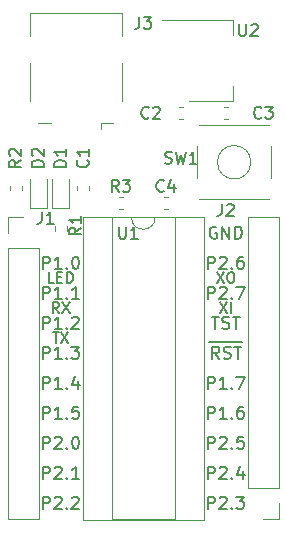
<source format=gbr>
G04 #@! TF.GenerationSoftware,KiCad,Pcbnew,(5.0.0)*
G04 #@! TF.CreationDate,2019-03-11T23:44:19-04:00*
G04 #@! TF.ProjectId,1-Hour-Board,312D486F75722D426F6172642E6B6963,rev?*
G04 #@! TF.SameCoordinates,Original*
G04 #@! TF.FileFunction,Legend,Top*
G04 #@! TF.FilePolarity,Positive*
%FSLAX46Y46*%
G04 Gerber Fmt 4.6, Leading zero omitted, Abs format (unit mm)*
G04 Created by KiCad (PCBNEW (5.0.0)) date 03/11/19 23:44:19*
%MOMM*%
%LPD*%
G01*
G04 APERTURE LIST*
%ADD10C,0.127000*%
%ADD11C,0.120000*%
%ADD12C,0.150000*%
G04 APERTURE END LIST*
D10*
X118236200Y-107462400D02*
X118829800Y-108352800D01*
X118829800Y-107462400D02*
X118236200Y-108352800D01*
X119169000Y-108352800D02*
X119169000Y-107462400D01*
X117981800Y-104922400D02*
X118575400Y-105812800D01*
X118575400Y-104922400D02*
X117981800Y-105812800D01*
X119084200Y-104922400D02*
X119253800Y-104922400D01*
X119338600Y-104964800D01*
X119423400Y-105049600D01*
X119465800Y-105219200D01*
X119465800Y-105516000D01*
X119423400Y-105685600D01*
X119338600Y-105770400D01*
X119253800Y-105812800D01*
X119084200Y-105812800D01*
X118999400Y-105770400D01*
X118914600Y-105685600D01*
X118872200Y-105516000D01*
X118872200Y-105219200D01*
X118914600Y-105049600D01*
X118999400Y-104964800D01*
X119084200Y-104922400D01*
X104096600Y-110002400D02*
X104605400Y-110002400D01*
X104351000Y-110892800D02*
X104351000Y-110002400D01*
X104817400Y-110002400D02*
X105411000Y-110892800D01*
X105411000Y-110002400D02*
X104817400Y-110892800D01*
X104626600Y-108352800D02*
X104329800Y-107928800D01*
X104117800Y-108352800D02*
X104117800Y-107462400D01*
X104457000Y-107462400D01*
X104541800Y-107504800D01*
X104584200Y-107547200D01*
X104626600Y-107632000D01*
X104626600Y-107759200D01*
X104584200Y-107844000D01*
X104541800Y-107886400D01*
X104457000Y-107928800D01*
X104117800Y-107928800D01*
X104923400Y-107462400D02*
X105517000Y-108352800D01*
X105517000Y-107462400D02*
X104923400Y-108352800D01*
X104202600Y-105818500D02*
X103778600Y-105818500D01*
X103778600Y-104915500D01*
X104499400Y-105345500D02*
X104796200Y-105345500D01*
X104923400Y-105818500D02*
X104499400Y-105818500D01*
X104499400Y-104915500D01*
X104923400Y-104915500D01*
X105305000Y-105818500D02*
X105305000Y-104915500D01*
X105517000Y-104915500D01*
X105644200Y-104958500D01*
X105729000Y-105044500D01*
X105771400Y-105130500D01*
X105813800Y-105302500D01*
X105813800Y-105431500D01*
X105771400Y-105603500D01*
X105729000Y-105689500D01*
X105644200Y-105775500D01*
X105517000Y-105818500D01*
X105305000Y-105818500D01*
X117249047Y-124925952D02*
X117249047Y-123895952D01*
X117641428Y-123895952D01*
X117739523Y-123945000D01*
X117788571Y-123994047D01*
X117837619Y-124092142D01*
X117837619Y-124239285D01*
X117788571Y-124337380D01*
X117739523Y-124386428D01*
X117641428Y-124435476D01*
X117249047Y-124435476D01*
X118230000Y-123994047D02*
X118279047Y-123945000D01*
X118377142Y-123895952D01*
X118622380Y-123895952D01*
X118720476Y-123945000D01*
X118769523Y-123994047D01*
X118818571Y-124092142D01*
X118818571Y-124190238D01*
X118769523Y-124337380D01*
X118180952Y-124925952D01*
X118818571Y-124925952D01*
X119260000Y-124827857D02*
X119309047Y-124876904D01*
X119260000Y-124925952D01*
X119210952Y-124876904D01*
X119260000Y-124827857D01*
X119260000Y-124925952D01*
X119652380Y-123895952D02*
X120290000Y-123895952D01*
X119946666Y-124288333D01*
X120093809Y-124288333D01*
X120191904Y-124337380D01*
X120240952Y-124386428D01*
X120290000Y-124484523D01*
X120290000Y-124729761D01*
X120240952Y-124827857D01*
X120191904Y-124876904D01*
X120093809Y-124925952D01*
X119799523Y-124925952D01*
X119701428Y-124876904D01*
X119652380Y-124827857D01*
X103279047Y-104605952D02*
X103279047Y-103575952D01*
X103671428Y-103575952D01*
X103769523Y-103625000D01*
X103818571Y-103674047D01*
X103867619Y-103772142D01*
X103867619Y-103919285D01*
X103818571Y-104017380D01*
X103769523Y-104066428D01*
X103671428Y-104115476D01*
X103279047Y-104115476D01*
X104848571Y-104605952D02*
X104260000Y-104605952D01*
X104554285Y-104605952D02*
X104554285Y-103575952D01*
X104456190Y-103723095D01*
X104358095Y-103821190D01*
X104260000Y-103870238D01*
X105290000Y-104507857D02*
X105339047Y-104556904D01*
X105290000Y-104605952D01*
X105240952Y-104556904D01*
X105290000Y-104507857D01*
X105290000Y-104605952D01*
X105976666Y-103575952D02*
X106074761Y-103575952D01*
X106172857Y-103625000D01*
X106221904Y-103674047D01*
X106270952Y-103772142D01*
X106320000Y-103968333D01*
X106320000Y-104213571D01*
X106270952Y-104409761D01*
X106221904Y-104507857D01*
X106172857Y-104556904D01*
X106074761Y-104605952D01*
X105976666Y-104605952D01*
X105878571Y-104556904D01*
X105829523Y-104507857D01*
X105780476Y-104409761D01*
X105731428Y-104213571D01*
X105731428Y-103968333D01*
X105780476Y-103772142D01*
X105829523Y-103674047D01*
X105878571Y-103625000D01*
X105976666Y-103575952D01*
X103279047Y-107145952D02*
X103279047Y-106115952D01*
X103671428Y-106115952D01*
X103769523Y-106165000D01*
X103818571Y-106214047D01*
X103867619Y-106312142D01*
X103867619Y-106459285D01*
X103818571Y-106557380D01*
X103769523Y-106606428D01*
X103671428Y-106655476D01*
X103279047Y-106655476D01*
X104848571Y-107145952D02*
X104260000Y-107145952D01*
X104554285Y-107145952D02*
X104554285Y-106115952D01*
X104456190Y-106263095D01*
X104358095Y-106361190D01*
X104260000Y-106410238D01*
X105290000Y-107047857D02*
X105339047Y-107096904D01*
X105290000Y-107145952D01*
X105240952Y-107096904D01*
X105290000Y-107047857D01*
X105290000Y-107145952D01*
X106320000Y-107145952D02*
X105731428Y-107145952D01*
X106025714Y-107145952D02*
X106025714Y-106115952D01*
X105927619Y-106263095D01*
X105829523Y-106361190D01*
X105731428Y-106410238D01*
X103279047Y-124925952D02*
X103279047Y-123895952D01*
X103671428Y-123895952D01*
X103769523Y-123945000D01*
X103818571Y-123994047D01*
X103867619Y-124092142D01*
X103867619Y-124239285D01*
X103818571Y-124337380D01*
X103769523Y-124386428D01*
X103671428Y-124435476D01*
X103279047Y-124435476D01*
X104260000Y-123994047D02*
X104309047Y-123945000D01*
X104407142Y-123895952D01*
X104652380Y-123895952D01*
X104750476Y-123945000D01*
X104799523Y-123994047D01*
X104848571Y-124092142D01*
X104848571Y-124190238D01*
X104799523Y-124337380D01*
X104210952Y-124925952D01*
X104848571Y-124925952D01*
X105290000Y-124827857D02*
X105339047Y-124876904D01*
X105290000Y-124925952D01*
X105240952Y-124876904D01*
X105290000Y-124827857D01*
X105290000Y-124925952D01*
X105731428Y-123994047D02*
X105780476Y-123945000D01*
X105878571Y-123895952D01*
X106123809Y-123895952D01*
X106221904Y-123945000D01*
X106270952Y-123994047D01*
X106320000Y-124092142D01*
X106320000Y-124190238D01*
X106270952Y-124337380D01*
X105682380Y-124925952D01*
X106320000Y-124925952D01*
X103279047Y-117305952D02*
X103279047Y-116275952D01*
X103671428Y-116275952D01*
X103769523Y-116325000D01*
X103818571Y-116374047D01*
X103867619Y-116472142D01*
X103867619Y-116619285D01*
X103818571Y-116717380D01*
X103769523Y-116766428D01*
X103671428Y-116815476D01*
X103279047Y-116815476D01*
X104848571Y-117305952D02*
X104260000Y-117305952D01*
X104554285Y-117305952D02*
X104554285Y-116275952D01*
X104456190Y-116423095D01*
X104358095Y-116521190D01*
X104260000Y-116570238D01*
X105290000Y-117207857D02*
X105339047Y-117256904D01*
X105290000Y-117305952D01*
X105240952Y-117256904D01*
X105290000Y-117207857D01*
X105290000Y-117305952D01*
X106270952Y-116275952D02*
X105780476Y-116275952D01*
X105731428Y-116766428D01*
X105780476Y-116717380D01*
X105878571Y-116668333D01*
X106123809Y-116668333D01*
X106221904Y-116717380D01*
X106270952Y-116766428D01*
X106320000Y-116864523D01*
X106320000Y-117109761D01*
X106270952Y-117207857D01*
X106221904Y-117256904D01*
X106123809Y-117305952D01*
X105878571Y-117305952D01*
X105780476Y-117256904D01*
X105731428Y-117207857D01*
X103279047Y-112225952D02*
X103279047Y-111195952D01*
X103671428Y-111195952D01*
X103769523Y-111245000D01*
X103818571Y-111294047D01*
X103867619Y-111392142D01*
X103867619Y-111539285D01*
X103818571Y-111637380D01*
X103769523Y-111686428D01*
X103671428Y-111735476D01*
X103279047Y-111735476D01*
X104848571Y-112225952D02*
X104260000Y-112225952D01*
X104554285Y-112225952D02*
X104554285Y-111195952D01*
X104456190Y-111343095D01*
X104358095Y-111441190D01*
X104260000Y-111490238D01*
X105290000Y-112127857D02*
X105339047Y-112176904D01*
X105290000Y-112225952D01*
X105240952Y-112176904D01*
X105290000Y-112127857D01*
X105290000Y-112225952D01*
X105682380Y-111195952D02*
X106320000Y-111195952D01*
X105976666Y-111588333D01*
X106123809Y-111588333D01*
X106221904Y-111637380D01*
X106270952Y-111686428D01*
X106320000Y-111784523D01*
X106320000Y-112029761D01*
X106270952Y-112127857D01*
X106221904Y-112176904D01*
X106123809Y-112225952D01*
X105829523Y-112225952D01*
X105731428Y-112176904D01*
X105682380Y-112127857D01*
X103279047Y-109685952D02*
X103279047Y-108655952D01*
X103671428Y-108655952D01*
X103769523Y-108705000D01*
X103818571Y-108754047D01*
X103867619Y-108852142D01*
X103867619Y-108999285D01*
X103818571Y-109097380D01*
X103769523Y-109146428D01*
X103671428Y-109195476D01*
X103279047Y-109195476D01*
X104848571Y-109685952D02*
X104260000Y-109685952D01*
X104554285Y-109685952D02*
X104554285Y-108655952D01*
X104456190Y-108803095D01*
X104358095Y-108901190D01*
X104260000Y-108950238D01*
X105290000Y-109587857D02*
X105339047Y-109636904D01*
X105290000Y-109685952D01*
X105240952Y-109636904D01*
X105290000Y-109587857D01*
X105290000Y-109685952D01*
X105731428Y-108754047D02*
X105780476Y-108705000D01*
X105878571Y-108655952D01*
X106123809Y-108655952D01*
X106221904Y-108705000D01*
X106270952Y-108754047D01*
X106320000Y-108852142D01*
X106320000Y-108950238D01*
X106270952Y-109097380D01*
X105682380Y-109685952D01*
X106320000Y-109685952D01*
X103279047Y-114765952D02*
X103279047Y-113735952D01*
X103671428Y-113735952D01*
X103769523Y-113785000D01*
X103818571Y-113834047D01*
X103867619Y-113932142D01*
X103867619Y-114079285D01*
X103818571Y-114177380D01*
X103769523Y-114226428D01*
X103671428Y-114275476D01*
X103279047Y-114275476D01*
X104848571Y-114765952D02*
X104260000Y-114765952D01*
X104554285Y-114765952D02*
X104554285Y-113735952D01*
X104456190Y-113883095D01*
X104358095Y-113981190D01*
X104260000Y-114030238D01*
X105290000Y-114667857D02*
X105339047Y-114716904D01*
X105290000Y-114765952D01*
X105240952Y-114716904D01*
X105290000Y-114667857D01*
X105290000Y-114765952D01*
X106221904Y-114079285D02*
X106221904Y-114765952D01*
X105976666Y-113686904D02*
X105731428Y-114422619D01*
X106369047Y-114422619D01*
X103279047Y-122385952D02*
X103279047Y-121355952D01*
X103671428Y-121355952D01*
X103769523Y-121405000D01*
X103818571Y-121454047D01*
X103867619Y-121552142D01*
X103867619Y-121699285D01*
X103818571Y-121797380D01*
X103769523Y-121846428D01*
X103671428Y-121895476D01*
X103279047Y-121895476D01*
X104260000Y-121454047D02*
X104309047Y-121405000D01*
X104407142Y-121355952D01*
X104652380Y-121355952D01*
X104750476Y-121405000D01*
X104799523Y-121454047D01*
X104848571Y-121552142D01*
X104848571Y-121650238D01*
X104799523Y-121797380D01*
X104210952Y-122385952D01*
X104848571Y-122385952D01*
X105290000Y-122287857D02*
X105339047Y-122336904D01*
X105290000Y-122385952D01*
X105240952Y-122336904D01*
X105290000Y-122287857D01*
X105290000Y-122385952D01*
X106320000Y-122385952D02*
X105731428Y-122385952D01*
X106025714Y-122385952D02*
X106025714Y-121355952D01*
X105927619Y-121503095D01*
X105829523Y-121601190D01*
X105731428Y-121650238D01*
X103279047Y-119845952D02*
X103279047Y-118815952D01*
X103671428Y-118815952D01*
X103769523Y-118865000D01*
X103818571Y-118914047D01*
X103867619Y-119012142D01*
X103867619Y-119159285D01*
X103818571Y-119257380D01*
X103769523Y-119306428D01*
X103671428Y-119355476D01*
X103279047Y-119355476D01*
X104260000Y-118914047D02*
X104309047Y-118865000D01*
X104407142Y-118815952D01*
X104652380Y-118815952D01*
X104750476Y-118865000D01*
X104799523Y-118914047D01*
X104848571Y-119012142D01*
X104848571Y-119110238D01*
X104799523Y-119257380D01*
X104210952Y-119845952D01*
X104848571Y-119845952D01*
X105290000Y-119747857D02*
X105339047Y-119796904D01*
X105290000Y-119845952D01*
X105240952Y-119796904D01*
X105290000Y-119747857D01*
X105290000Y-119845952D01*
X105976666Y-118815952D02*
X106074761Y-118815952D01*
X106172857Y-118865000D01*
X106221904Y-118914047D01*
X106270952Y-119012142D01*
X106320000Y-119208333D01*
X106320000Y-119453571D01*
X106270952Y-119649761D01*
X106221904Y-119747857D01*
X106172857Y-119796904D01*
X106074761Y-119845952D01*
X105976666Y-119845952D01*
X105878571Y-119796904D01*
X105829523Y-119747857D01*
X105780476Y-119649761D01*
X105731428Y-119453571D01*
X105731428Y-119208333D01*
X105780476Y-119012142D01*
X105829523Y-118914047D01*
X105878571Y-118865000D01*
X105976666Y-118815952D01*
X117249047Y-119845952D02*
X117249047Y-118815952D01*
X117641428Y-118815952D01*
X117739523Y-118865000D01*
X117788571Y-118914047D01*
X117837619Y-119012142D01*
X117837619Y-119159285D01*
X117788571Y-119257380D01*
X117739523Y-119306428D01*
X117641428Y-119355476D01*
X117249047Y-119355476D01*
X118230000Y-118914047D02*
X118279047Y-118865000D01*
X118377142Y-118815952D01*
X118622380Y-118815952D01*
X118720476Y-118865000D01*
X118769523Y-118914047D01*
X118818571Y-119012142D01*
X118818571Y-119110238D01*
X118769523Y-119257380D01*
X118180952Y-119845952D01*
X118818571Y-119845952D01*
X119260000Y-119747857D02*
X119309047Y-119796904D01*
X119260000Y-119845952D01*
X119210952Y-119796904D01*
X119260000Y-119747857D01*
X119260000Y-119845952D01*
X120240952Y-118815952D02*
X119750476Y-118815952D01*
X119701428Y-119306428D01*
X119750476Y-119257380D01*
X119848571Y-119208333D01*
X120093809Y-119208333D01*
X120191904Y-119257380D01*
X120240952Y-119306428D01*
X120290000Y-119404523D01*
X120290000Y-119649761D01*
X120240952Y-119747857D01*
X120191904Y-119796904D01*
X120093809Y-119845952D01*
X119848571Y-119845952D01*
X119750476Y-119796904D01*
X119701428Y-119747857D01*
X117249047Y-122385952D02*
X117249047Y-121355952D01*
X117641428Y-121355952D01*
X117739523Y-121405000D01*
X117788571Y-121454047D01*
X117837619Y-121552142D01*
X117837619Y-121699285D01*
X117788571Y-121797380D01*
X117739523Y-121846428D01*
X117641428Y-121895476D01*
X117249047Y-121895476D01*
X118230000Y-121454047D02*
X118279047Y-121405000D01*
X118377142Y-121355952D01*
X118622380Y-121355952D01*
X118720476Y-121405000D01*
X118769523Y-121454047D01*
X118818571Y-121552142D01*
X118818571Y-121650238D01*
X118769523Y-121797380D01*
X118180952Y-122385952D01*
X118818571Y-122385952D01*
X119260000Y-122287857D02*
X119309047Y-122336904D01*
X119260000Y-122385952D01*
X119210952Y-122336904D01*
X119260000Y-122287857D01*
X119260000Y-122385952D01*
X120191904Y-121699285D02*
X120191904Y-122385952D01*
X119946666Y-121306904D02*
X119701428Y-122042619D01*
X120339047Y-122042619D01*
X117249047Y-114765952D02*
X117249047Y-113735952D01*
X117641428Y-113735952D01*
X117739523Y-113785000D01*
X117788571Y-113834047D01*
X117837619Y-113932142D01*
X117837619Y-114079285D01*
X117788571Y-114177380D01*
X117739523Y-114226428D01*
X117641428Y-114275476D01*
X117249047Y-114275476D01*
X118818571Y-114765952D02*
X118230000Y-114765952D01*
X118524285Y-114765952D02*
X118524285Y-113735952D01*
X118426190Y-113883095D01*
X118328095Y-113981190D01*
X118230000Y-114030238D01*
X119260000Y-114667857D02*
X119309047Y-114716904D01*
X119260000Y-114765952D01*
X119210952Y-114716904D01*
X119260000Y-114667857D01*
X119260000Y-114765952D01*
X119652380Y-113735952D02*
X120339047Y-113735952D01*
X119897619Y-114765952D01*
X117249047Y-117305952D02*
X117249047Y-116275952D01*
X117641428Y-116275952D01*
X117739523Y-116325000D01*
X117788571Y-116374047D01*
X117837619Y-116472142D01*
X117837619Y-116619285D01*
X117788571Y-116717380D01*
X117739523Y-116766428D01*
X117641428Y-116815476D01*
X117249047Y-116815476D01*
X118818571Y-117305952D02*
X118230000Y-117305952D01*
X118524285Y-117305952D02*
X118524285Y-116275952D01*
X118426190Y-116423095D01*
X118328095Y-116521190D01*
X118230000Y-116570238D01*
X119260000Y-117207857D02*
X119309047Y-117256904D01*
X119260000Y-117305952D01*
X119210952Y-117256904D01*
X119260000Y-117207857D01*
X119260000Y-117305952D01*
X120191904Y-116275952D02*
X119995714Y-116275952D01*
X119897619Y-116325000D01*
X119848571Y-116374047D01*
X119750476Y-116521190D01*
X119701428Y-116717380D01*
X119701428Y-117109761D01*
X119750476Y-117207857D01*
X119799523Y-117256904D01*
X119897619Y-117305952D01*
X120093809Y-117305952D01*
X120191904Y-117256904D01*
X120240952Y-117207857D01*
X120290000Y-117109761D01*
X120290000Y-116864523D01*
X120240952Y-116766428D01*
X120191904Y-116717380D01*
X120093809Y-116668333D01*
X119897619Y-116668333D01*
X119799523Y-116717380D01*
X119750476Y-116766428D01*
X119701428Y-116864523D01*
X117567857Y-108655952D02*
X118156428Y-108655952D01*
X117862142Y-109685952D02*
X117862142Y-108655952D01*
X118450714Y-109636904D02*
X118597857Y-109685952D01*
X118843095Y-109685952D01*
X118941190Y-109636904D01*
X118990238Y-109587857D01*
X119039285Y-109489761D01*
X119039285Y-109391666D01*
X118990238Y-109293571D01*
X118941190Y-109244523D01*
X118843095Y-109195476D01*
X118646904Y-109146428D01*
X118548809Y-109097380D01*
X118499761Y-109048333D01*
X118450714Y-108950238D01*
X118450714Y-108852142D01*
X118499761Y-108754047D01*
X118548809Y-108705000D01*
X118646904Y-108655952D01*
X118892142Y-108655952D01*
X119039285Y-108705000D01*
X119333571Y-108655952D02*
X119922142Y-108655952D01*
X119627857Y-109685952D02*
X119627857Y-108655952D01*
X117347142Y-110853300D02*
X118377142Y-110853300D01*
X118180952Y-112225952D02*
X117837619Y-111735476D01*
X117592380Y-112225952D02*
X117592380Y-111195952D01*
X117984761Y-111195952D01*
X118082857Y-111245000D01*
X118131904Y-111294047D01*
X118180952Y-111392142D01*
X118180952Y-111539285D01*
X118131904Y-111637380D01*
X118082857Y-111686428D01*
X117984761Y-111735476D01*
X117592380Y-111735476D01*
X118377142Y-110853300D02*
X119358095Y-110853300D01*
X118573333Y-112176904D02*
X118720476Y-112225952D01*
X118965714Y-112225952D01*
X119063809Y-112176904D01*
X119112857Y-112127857D01*
X119161904Y-112029761D01*
X119161904Y-111931666D01*
X119112857Y-111833571D01*
X119063809Y-111784523D01*
X118965714Y-111735476D01*
X118769523Y-111686428D01*
X118671428Y-111637380D01*
X118622380Y-111588333D01*
X118573333Y-111490238D01*
X118573333Y-111392142D01*
X118622380Y-111294047D01*
X118671428Y-111245000D01*
X118769523Y-111195952D01*
X119014761Y-111195952D01*
X119161904Y-111245000D01*
X119358095Y-110853300D02*
X120142857Y-110853300D01*
X119456190Y-111195952D02*
X120044761Y-111195952D01*
X119750476Y-112225952D02*
X119750476Y-111195952D01*
X117249047Y-107145952D02*
X117249047Y-106115952D01*
X117641428Y-106115952D01*
X117739523Y-106165000D01*
X117788571Y-106214047D01*
X117837619Y-106312142D01*
X117837619Y-106459285D01*
X117788571Y-106557380D01*
X117739523Y-106606428D01*
X117641428Y-106655476D01*
X117249047Y-106655476D01*
X118230000Y-106214047D02*
X118279047Y-106165000D01*
X118377142Y-106115952D01*
X118622380Y-106115952D01*
X118720476Y-106165000D01*
X118769523Y-106214047D01*
X118818571Y-106312142D01*
X118818571Y-106410238D01*
X118769523Y-106557380D01*
X118180952Y-107145952D01*
X118818571Y-107145952D01*
X119260000Y-107047857D02*
X119309047Y-107096904D01*
X119260000Y-107145952D01*
X119210952Y-107096904D01*
X119260000Y-107047857D01*
X119260000Y-107145952D01*
X119652380Y-106115952D02*
X120339047Y-106115952D01*
X119897619Y-107145952D01*
X117249047Y-104605952D02*
X117249047Y-103575952D01*
X117641428Y-103575952D01*
X117739523Y-103625000D01*
X117788571Y-103674047D01*
X117837619Y-103772142D01*
X117837619Y-103919285D01*
X117788571Y-104017380D01*
X117739523Y-104066428D01*
X117641428Y-104115476D01*
X117249047Y-104115476D01*
X118230000Y-103674047D02*
X118279047Y-103625000D01*
X118377142Y-103575952D01*
X118622380Y-103575952D01*
X118720476Y-103625000D01*
X118769523Y-103674047D01*
X118818571Y-103772142D01*
X118818571Y-103870238D01*
X118769523Y-104017380D01*
X118180952Y-104605952D01*
X118818571Y-104605952D01*
X119260000Y-104507857D02*
X119309047Y-104556904D01*
X119260000Y-104605952D01*
X119210952Y-104556904D01*
X119260000Y-104507857D01*
X119260000Y-104605952D01*
X120191904Y-103575952D02*
X119995714Y-103575952D01*
X119897619Y-103625000D01*
X119848571Y-103674047D01*
X119750476Y-103821190D01*
X119701428Y-104017380D01*
X119701428Y-104409761D01*
X119750476Y-104507857D01*
X119799523Y-104556904D01*
X119897619Y-104605952D01*
X120093809Y-104605952D01*
X120191904Y-104556904D01*
X120240952Y-104507857D01*
X120290000Y-104409761D01*
X120290000Y-104164523D01*
X120240952Y-104066428D01*
X120191904Y-104017380D01*
X120093809Y-103968333D01*
X119897619Y-103968333D01*
X119799523Y-104017380D01*
X119750476Y-104066428D01*
X119701428Y-104164523D01*
X117960238Y-101085000D02*
X117862142Y-101035952D01*
X117715000Y-101035952D01*
X117567857Y-101085000D01*
X117469761Y-101183095D01*
X117420714Y-101281190D01*
X117371666Y-101477380D01*
X117371666Y-101624523D01*
X117420714Y-101820714D01*
X117469761Y-101918809D01*
X117567857Y-102016904D01*
X117715000Y-102065952D01*
X117813095Y-102065952D01*
X117960238Y-102016904D01*
X118009285Y-101967857D01*
X118009285Y-101624523D01*
X117813095Y-101624523D01*
X118450714Y-102065952D02*
X118450714Y-101035952D01*
X119039285Y-102065952D01*
X119039285Y-101035952D01*
X119529761Y-102065952D02*
X119529761Y-101035952D01*
X119775000Y-101035952D01*
X119922142Y-101085000D01*
X120020238Y-101183095D01*
X120069285Y-101281190D01*
X120118333Y-101477380D01*
X120118333Y-101624523D01*
X120069285Y-101820714D01*
X120020238Y-101918809D01*
X119922142Y-102016904D01*
X119775000Y-102065952D01*
X119529761Y-102065952D01*
D11*
G04 #@! TO.C,SW1*
X122575000Y-94255000D02*
X122575000Y-96935000D01*
X116335000Y-96935000D02*
X116335000Y-94255000D01*
X116485000Y-92475000D02*
X122425000Y-92475000D01*
X116485000Y-98715000D02*
X122425000Y-98715000D01*
X120869214Y-95595000D02*
G75*
G03X120869214Y-95595000I-1414214J0D01*
G01*
G04 #@! TO.C,C1*
X107190000Y-97618733D02*
X107190000Y-97961267D01*
X106170000Y-97618733D02*
X106170000Y-97961267D01*
G04 #@! TO.C,C2*
X114763733Y-91950000D02*
X115106267Y-91950000D01*
X114763733Y-90930000D02*
X115106267Y-90930000D01*
G04 #@! TO.C,C3*
X118916267Y-91950000D02*
X118573733Y-91950000D01*
X118916267Y-90930000D02*
X118573733Y-90930000D01*
G04 #@! TO.C,D1*
X104040000Y-96990000D02*
X104040000Y-99450000D01*
X104040000Y-99450000D02*
X105510000Y-99450000D01*
X105510000Y-99450000D02*
X105510000Y-96990000D01*
G04 #@! TO.C,D2*
X103605000Y-99450000D02*
X103605000Y-96990000D01*
X102135000Y-99450000D02*
X103605000Y-99450000D01*
X102135000Y-96990000D02*
X102135000Y-99450000D01*
G04 #@! TO.C,J1*
X100270000Y-125790000D02*
X102930000Y-125790000D01*
X100270000Y-102870000D02*
X100270000Y-125790000D01*
X102930000Y-102870000D02*
X102930000Y-125790000D01*
X100270000Y-102870000D02*
X102930000Y-102870000D01*
X100270000Y-101600000D02*
X100270000Y-100270000D01*
X100270000Y-100270000D02*
X101600000Y-100270000D01*
G04 #@! TO.C,J2*
X123250000Y-125790000D02*
X121920000Y-125790000D01*
X123250000Y-124460000D02*
X123250000Y-125790000D01*
X123250000Y-123190000D02*
X120590000Y-123190000D01*
X120590000Y-123190000D02*
X120590000Y-100270000D01*
X123250000Y-123190000D02*
X123250000Y-100270000D01*
X123250000Y-100270000D02*
X120590000Y-100270000D01*
G04 #@! TO.C,J3*
X102135000Y-82990000D02*
X109955000Y-82990000D01*
X108155000Y-92310000D02*
X108155000Y-92740000D01*
X102135000Y-82990000D02*
X102135000Y-84940000D01*
X102135000Y-87160000D02*
X102135000Y-90390000D01*
X103935000Y-92310000D02*
X102855000Y-92310000D01*
X109235000Y-92310000D02*
X108155000Y-92310000D01*
X109955000Y-87160000D02*
X109955000Y-90390000D01*
X109955000Y-82990000D02*
X109955000Y-84940000D01*
G04 #@! TO.C,R1*
X105285000Y-101033733D02*
X105285000Y-101376267D01*
X104265000Y-101033733D02*
X104265000Y-101376267D01*
G04 #@! TO.C,R2*
X100455000Y-97961267D02*
X100455000Y-97618733D01*
X101475000Y-97961267D02*
X101475000Y-97618733D01*
G04 #@! TO.C,R3*
X109683733Y-99570000D02*
X110026267Y-99570000D01*
X109683733Y-98550000D02*
X110026267Y-98550000D01*
G04 #@! TO.C,U1*
X112760000Y-100270000D02*
G75*
G02X110760000Y-100270000I-1000000J0D01*
G01*
X110760000Y-100270000D02*
X109110000Y-100270000D01*
X109110000Y-100270000D02*
X109110000Y-125790000D01*
X109110000Y-125790000D02*
X114410000Y-125790000D01*
X114410000Y-125790000D02*
X114410000Y-100270000D01*
X114410000Y-100270000D02*
X112760000Y-100270000D01*
X106620000Y-100210000D02*
X106620000Y-125850000D01*
X106620000Y-125850000D02*
X116900000Y-125850000D01*
X116900000Y-125850000D02*
X116900000Y-100210000D01*
X116900000Y-100210000D02*
X106620000Y-100210000D01*
G04 #@! TO.C,U2*
X119385000Y-90405000D02*
X119385000Y-89145000D01*
X119385000Y-83585000D02*
X119385000Y-84845000D01*
X115625000Y-90405000D02*
X119385000Y-90405000D01*
X113375000Y-83585000D02*
X119385000Y-83585000D01*
G04 #@! TO.C,C4*
X113493733Y-98550000D02*
X113836267Y-98550000D01*
X113493733Y-99570000D02*
X113836267Y-99570000D01*
G04 #@! TO.C,SW1*
D12*
X113601666Y-95654761D02*
X113744523Y-95702380D01*
X113982619Y-95702380D01*
X114077857Y-95654761D01*
X114125476Y-95607142D01*
X114173095Y-95511904D01*
X114173095Y-95416666D01*
X114125476Y-95321428D01*
X114077857Y-95273809D01*
X113982619Y-95226190D01*
X113792142Y-95178571D01*
X113696904Y-95130952D01*
X113649285Y-95083333D01*
X113601666Y-94988095D01*
X113601666Y-94892857D01*
X113649285Y-94797619D01*
X113696904Y-94750000D01*
X113792142Y-94702380D01*
X114030238Y-94702380D01*
X114173095Y-94750000D01*
X114506428Y-94702380D02*
X114744523Y-95702380D01*
X114935000Y-94988095D01*
X115125476Y-95702380D01*
X115363571Y-94702380D01*
X116268333Y-95702380D02*
X115696904Y-95702380D01*
X115982619Y-95702380D02*
X115982619Y-94702380D01*
X115887380Y-94845238D01*
X115792142Y-94940476D01*
X115696904Y-94988095D01*
G04 #@! TO.C,C1*
X107037142Y-95416666D02*
X107084761Y-95464285D01*
X107132380Y-95607142D01*
X107132380Y-95702380D01*
X107084761Y-95845238D01*
X106989523Y-95940476D01*
X106894285Y-95988095D01*
X106703809Y-96035714D01*
X106560952Y-96035714D01*
X106370476Y-95988095D01*
X106275238Y-95940476D01*
X106180000Y-95845238D01*
X106132380Y-95702380D01*
X106132380Y-95607142D01*
X106180000Y-95464285D01*
X106227619Y-95416666D01*
X107132380Y-94464285D02*
X107132380Y-95035714D01*
X107132380Y-94750000D02*
X106132380Y-94750000D01*
X106275238Y-94845238D01*
X106370476Y-94940476D01*
X106418095Y-95035714D01*
G04 #@! TO.C,C2*
X112228333Y-91797142D02*
X112180714Y-91844761D01*
X112037857Y-91892380D01*
X111942619Y-91892380D01*
X111799761Y-91844761D01*
X111704523Y-91749523D01*
X111656904Y-91654285D01*
X111609285Y-91463809D01*
X111609285Y-91320952D01*
X111656904Y-91130476D01*
X111704523Y-91035238D01*
X111799761Y-90940000D01*
X111942619Y-90892380D01*
X112037857Y-90892380D01*
X112180714Y-90940000D01*
X112228333Y-90987619D01*
X112609285Y-90987619D02*
X112656904Y-90940000D01*
X112752142Y-90892380D01*
X112990238Y-90892380D01*
X113085476Y-90940000D01*
X113133095Y-90987619D01*
X113180714Y-91082857D01*
X113180714Y-91178095D01*
X113133095Y-91320952D01*
X112561666Y-91892380D01*
X113180714Y-91892380D01*
G04 #@! TO.C,C3*
X121753333Y-91797142D02*
X121705714Y-91844761D01*
X121562857Y-91892380D01*
X121467619Y-91892380D01*
X121324761Y-91844761D01*
X121229523Y-91749523D01*
X121181904Y-91654285D01*
X121134285Y-91463809D01*
X121134285Y-91320952D01*
X121181904Y-91130476D01*
X121229523Y-91035238D01*
X121324761Y-90940000D01*
X121467619Y-90892380D01*
X121562857Y-90892380D01*
X121705714Y-90940000D01*
X121753333Y-90987619D01*
X122086666Y-90892380D02*
X122705714Y-90892380D01*
X122372380Y-91273333D01*
X122515238Y-91273333D01*
X122610476Y-91320952D01*
X122658095Y-91368571D01*
X122705714Y-91463809D01*
X122705714Y-91701904D01*
X122658095Y-91797142D01*
X122610476Y-91844761D01*
X122515238Y-91892380D01*
X122229523Y-91892380D01*
X122134285Y-91844761D01*
X122086666Y-91797142D01*
G04 #@! TO.C,D1*
X105227380Y-95988095D02*
X104227380Y-95988095D01*
X104227380Y-95750000D01*
X104275000Y-95607142D01*
X104370238Y-95511904D01*
X104465476Y-95464285D01*
X104655952Y-95416666D01*
X104798809Y-95416666D01*
X104989285Y-95464285D01*
X105084523Y-95511904D01*
X105179761Y-95607142D01*
X105227380Y-95750000D01*
X105227380Y-95988095D01*
X105227380Y-94464285D02*
X105227380Y-95035714D01*
X105227380Y-94750000D02*
X104227380Y-94750000D01*
X104370238Y-94845238D01*
X104465476Y-94940476D01*
X104513095Y-95035714D01*
G04 #@! TO.C,D2*
X103322380Y-95988095D02*
X102322380Y-95988095D01*
X102322380Y-95750000D01*
X102370000Y-95607142D01*
X102465238Y-95511904D01*
X102560476Y-95464285D01*
X102750952Y-95416666D01*
X102893809Y-95416666D01*
X103084285Y-95464285D01*
X103179523Y-95511904D01*
X103274761Y-95607142D01*
X103322380Y-95750000D01*
X103322380Y-95988095D01*
X102417619Y-95035714D02*
X102370000Y-94988095D01*
X102322380Y-94892857D01*
X102322380Y-94654761D01*
X102370000Y-94559523D01*
X102417619Y-94511904D01*
X102512857Y-94464285D01*
X102608095Y-94464285D01*
X102750952Y-94511904D01*
X103322380Y-95083333D01*
X103322380Y-94464285D01*
G04 #@! TO.C,J1*
X103171666Y-99782380D02*
X103171666Y-100496666D01*
X103124047Y-100639523D01*
X103028809Y-100734761D01*
X102885952Y-100782380D01*
X102790714Y-100782380D01*
X104171666Y-100782380D02*
X103600238Y-100782380D01*
X103885952Y-100782380D02*
X103885952Y-99782380D01*
X103790714Y-99925238D01*
X103695476Y-100020476D01*
X103600238Y-100068095D01*
G04 #@! TO.C,J2*
X118411666Y-99147380D02*
X118411666Y-99861666D01*
X118364047Y-100004523D01*
X118268809Y-100099761D01*
X118125952Y-100147380D01*
X118030714Y-100147380D01*
X118840238Y-99242619D02*
X118887857Y-99195000D01*
X118983095Y-99147380D01*
X119221190Y-99147380D01*
X119316428Y-99195000D01*
X119364047Y-99242619D01*
X119411666Y-99337857D01*
X119411666Y-99433095D01*
X119364047Y-99575952D01*
X118792619Y-100147380D01*
X119411666Y-100147380D01*
G04 #@! TO.C,J3*
X111426666Y-83272380D02*
X111426666Y-83986666D01*
X111379047Y-84129523D01*
X111283809Y-84224761D01*
X111140952Y-84272380D01*
X111045714Y-84272380D01*
X111807619Y-83272380D02*
X112426666Y-83272380D01*
X112093333Y-83653333D01*
X112236190Y-83653333D01*
X112331428Y-83700952D01*
X112379047Y-83748571D01*
X112426666Y-83843809D01*
X112426666Y-84081904D01*
X112379047Y-84177142D01*
X112331428Y-84224761D01*
X112236190Y-84272380D01*
X111950476Y-84272380D01*
X111855238Y-84224761D01*
X111807619Y-84177142D01*
G04 #@! TO.C,R1*
X106497380Y-101131666D02*
X106021190Y-101465000D01*
X106497380Y-101703095D02*
X105497380Y-101703095D01*
X105497380Y-101322142D01*
X105545000Y-101226904D01*
X105592619Y-101179285D01*
X105687857Y-101131666D01*
X105830714Y-101131666D01*
X105925952Y-101179285D01*
X105973571Y-101226904D01*
X106021190Y-101322142D01*
X106021190Y-101703095D01*
X106497380Y-100179285D02*
X106497380Y-100750714D01*
X106497380Y-100465000D02*
X105497380Y-100465000D01*
X105640238Y-100560238D01*
X105735476Y-100655476D01*
X105783095Y-100750714D01*
G04 #@! TO.C,R2*
X101417380Y-95416666D02*
X100941190Y-95750000D01*
X101417380Y-95988095D02*
X100417380Y-95988095D01*
X100417380Y-95607142D01*
X100465000Y-95511904D01*
X100512619Y-95464285D01*
X100607857Y-95416666D01*
X100750714Y-95416666D01*
X100845952Y-95464285D01*
X100893571Y-95511904D01*
X100941190Y-95607142D01*
X100941190Y-95988095D01*
X100512619Y-95035714D02*
X100465000Y-94988095D01*
X100417380Y-94892857D01*
X100417380Y-94654761D01*
X100465000Y-94559523D01*
X100512619Y-94511904D01*
X100607857Y-94464285D01*
X100703095Y-94464285D01*
X100845952Y-94511904D01*
X101417380Y-95083333D01*
X101417380Y-94464285D01*
G04 #@! TO.C,R3*
X109688333Y-98082380D02*
X109355000Y-97606190D01*
X109116904Y-98082380D02*
X109116904Y-97082380D01*
X109497857Y-97082380D01*
X109593095Y-97130000D01*
X109640714Y-97177619D01*
X109688333Y-97272857D01*
X109688333Y-97415714D01*
X109640714Y-97510952D01*
X109593095Y-97558571D01*
X109497857Y-97606190D01*
X109116904Y-97606190D01*
X110021666Y-97082380D02*
X110640714Y-97082380D01*
X110307380Y-97463333D01*
X110450238Y-97463333D01*
X110545476Y-97510952D01*
X110593095Y-97558571D01*
X110640714Y-97653809D01*
X110640714Y-97891904D01*
X110593095Y-97987142D01*
X110545476Y-98034761D01*
X110450238Y-98082380D01*
X110164523Y-98082380D01*
X110069285Y-98034761D01*
X110021666Y-97987142D01*
G04 #@! TO.C,U1*
X109728095Y-101052380D02*
X109728095Y-101861904D01*
X109775714Y-101957142D01*
X109823333Y-102004761D01*
X109918571Y-102052380D01*
X110109047Y-102052380D01*
X110204285Y-102004761D01*
X110251904Y-101957142D01*
X110299523Y-101861904D01*
X110299523Y-101052380D01*
X111299523Y-102052380D02*
X110728095Y-102052380D01*
X111013809Y-102052380D02*
X111013809Y-101052380D01*
X110918571Y-101195238D01*
X110823333Y-101290476D01*
X110728095Y-101338095D01*
G04 #@! TO.C,U2*
X119888095Y-83907380D02*
X119888095Y-84716904D01*
X119935714Y-84812142D01*
X119983333Y-84859761D01*
X120078571Y-84907380D01*
X120269047Y-84907380D01*
X120364285Y-84859761D01*
X120411904Y-84812142D01*
X120459523Y-84716904D01*
X120459523Y-83907380D01*
X120888095Y-84002619D02*
X120935714Y-83955000D01*
X121030952Y-83907380D01*
X121269047Y-83907380D01*
X121364285Y-83955000D01*
X121411904Y-84002619D01*
X121459523Y-84097857D01*
X121459523Y-84193095D01*
X121411904Y-84335952D01*
X120840476Y-84907380D01*
X121459523Y-84907380D01*
G04 #@! TO.C,C4*
X113498333Y-97987142D02*
X113450714Y-98034761D01*
X113307857Y-98082380D01*
X113212619Y-98082380D01*
X113069761Y-98034761D01*
X112974523Y-97939523D01*
X112926904Y-97844285D01*
X112879285Y-97653809D01*
X112879285Y-97510952D01*
X112926904Y-97320476D01*
X112974523Y-97225238D01*
X113069761Y-97130000D01*
X113212619Y-97082380D01*
X113307857Y-97082380D01*
X113450714Y-97130000D01*
X113498333Y-97177619D01*
X114355476Y-97415714D02*
X114355476Y-98082380D01*
X114117380Y-97034761D02*
X113879285Y-97749047D01*
X114498333Y-97749047D01*
G04 #@! TD*
M02*

</source>
